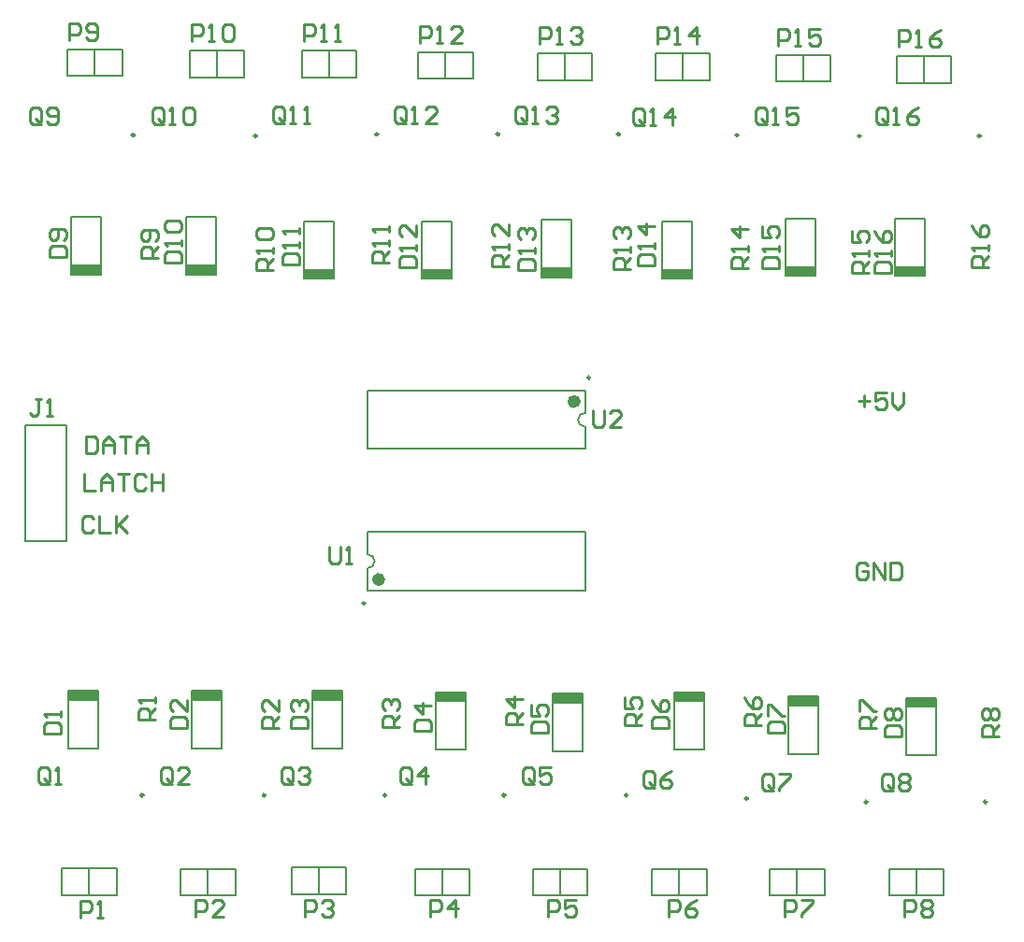
<source format=gto>
G04*
G04 #@! TF.GenerationSoftware,Altium Limited,CircuitMaker,2.2.1 (6)*
G04*
G04 Layer_Color=15132400*
%FSLAX25Y25*%
%MOIN*%
G70*
G04*
G04 #@! TF.SameCoordinates,9BB8909F-1235-4B7E-8516-07DB857BAA42*
G04*
G04*
G04 #@! TF.FilePolarity,Positive*
G04*
G01*
G75*
%ADD10C,0.00984*%
%ADD11C,0.00787*%
%ADD12C,0.02362*%
%ADD13C,0.00500*%
%ADD14C,0.01000*%
%ADD15R,0.10698X0.03736*%
D10*
X582778Y423251D02*
G03*
X582778Y423251I-492J0D01*
G01*
X496378Y423551D02*
G03*
X496378Y423551I-492J0D01*
G01*
X363374Y256500D02*
G03*
X363374Y256500I-492J0D01*
G01*
X443610Y337000D02*
G03*
X443610Y337000I-492J0D01*
G01*
X324778Y423251D02*
G03*
X324778Y423251I-492J0D01*
G01*
X584978Y185651D02*
G03*
X584978Y185651I-492J0D01*
G01*
X542378D02*
G03*
X542378Y185651I-492J0D01*
G01*
X499778Y186851D02*
G03*
X499778Y186851I-492J0D01*
G01*
X456878Y188051D02*
G03*
X456878Y188051I-492J0D01*
G01*
X413378D02*
G03*
X413378Y188051I-492J0D01*
G01*
X370878D02*
G03*
X370878Y188051I-492J0D01*
G01*
X327778D02*
G03*
X327778Y188051I-492J0D01*
G01*
X284378D02*
G03*
X284378Y188051I-492J0D01*
G01*
X539978Y423251D02*
G03*
X539978Y423251I-492J0D01*
G01*
X454178Y423851D02*
G03*
X454178Y423851I-492J0D01*
G01*
X411178D02*
G03*
X411178Y423851I-492J0D01*
G01*
X367978D02*
G03*
X367978Y423851I-492J0D01*
G01*
X281178Y423551D02*
G03*
X281178Y423551I-492J0D01*
G01*
D11*
X364220Y269000D02*
G03*
X364220Y274000I0J2500D01*
G01*
X441780Y324500D02*
G03*
X441780Y319500I0J-2500D01*
G01*
X242297Y278750D02*
X256903D01*
Y320089D01*
X242297Y278750D02*
Y320089D01*
X256903D01*
X364220Y261067D02*
X441780D01*
X364220Y281933D02*
X441780D01*
X364220Y261067D02*
Y269000D01*
Y274000D02*
Y281933D01*
X441780Y261067D02*
Y281933D01*
X364220Y332433D02*
X441780D01*
X364220Y311567D02*
X441780D01*
Y324500D02*
Y332433D01*
Y311567D02*
Y319500D01*
X364220Y311567D02*
Y332433D01*
X556146Y202264D02*
Y222736D01*
Y202264D02*
X566854D01*
Y222736D01*
X556146D02*
X566854D01*
X514146Y202764D02*
Y223236D01*
Y202764D02*
X524854D01*
Y223236D01*
X514146D02*
X524854D01*
X473646Y204264D02*
Y224736D01*
Y204264D02*
X484354D01*
Y224736D01*
X473646D02*
X484354D01*
X430146Y203764D02*
Y224236D01*
Y203764D02*
X440854D01*
Y224236D01*
X430146D02*
X440854D01*
X301646Y204764D02*
Y225236D01*
Y204764D02*
X312354D01*
Y225236D01*
X301646D02*
X312354D01*
X344646Y204764D02*
Y225236D01*
Y204764D02*
X355354D01*
Y225236D01*
X344646D02*
X355354D01*
X388646Y204264D02*
Y224736D01*
Y204264D02*
X399354D01*
Y224736D01*
X388646D02*
X399354D01*
X257646Y204764D02*
Y225236D01*
Y204764D02*
X268354D01*
Y225236D01*
X257646D02*
X268354D01*
X269354Y373764D02*
Y394236D01*
X258646D02*
X269354D01*
X258646Y373764D02*
Y394236D01*
Y373764D02*
X269354D01*
X562854Y373264D02*
Y393736D01*
X552146D02*
X562854D01*
X552146Y373264D02*
Y393736D01*
Y373264D02*
X562854D01*
X523854D02*
Y393736D01*
X513146D02*
X523854D01*
X513146Y373264D02*
Y393736D01*
Y373264D02*
X523854D01*
X479854Y372264D02*
Y392736D01*
X469146D02*
X479854D01*
X469146Y372264D02*
Y392736D01*
Y372264D02*
X479854D01*
X436854Y372764D02*
Y393236D01*
X426146D02*
X436854D01*
X426146Y372764D02*
Y393236D01*
Y372764D02*
X436854D01*
X394354Y372264D02*
Y392736D01*
X383646D02*
X394354D01*
X383646Y372264D02*
Y392736D01*
Y372264D02*
X394354D01*
X310354Y373764D02*
Y394236D01*
X299646D02*
X310354D01*
X299646Y373764D02*
Y394236D01*
Y373764D02*
X310354D01*
X352354Y372264D02*
Y392736D01*
X341646D02*
X352354D01*
X341646Y372264D02*
Y392736D01*
Y372264D02*
X352354D01*
D12*
X369339Y265004D02*
G03*
X369339Y265004I-1181J0D01*
G01*
X439024Y328496D02*
G03*
X439024Y328496I-1181J0D01*
G01*
D13*
X264975Y152460D02*
Y161960D01*
X274725Y152460D02*
Y161960D01*
X255225Y152460D02*
X274725D01*
X255225D02*
Y161960D01*
X274725D01*
X307375Y152360D02*
Y161860D01*
X317125Y152360D02*
Y161860D01*
X297625Y152360D02*
X317125D01*
X297625D02*
Y161860D01*
X317125D01*
X346875Y152860D02*
Y162360D01*
X356625Y152860D02*
Y162360D01*
X337125Y152860D02*
X356625D01*
X337125D02*
Y162360D01*
X356625D01*
X390875Y152360D02*
Y161860D01*
X400625Y152360D02*
Y161860D01*
X381125Y152360D02*
X400625D01*
X381125D02*
Y161860D01*
X400625D01*
X432875Y152360D02*
Y161860D01*
X442625Y152360D02*
Y161860D01*
X423125Y152360D02*
X442625D01*
X423125D02*
Y161860D01*
X442625D01*
X475375Y152360D02*
Y161860D01*
X485125Y152360D02*
Y161860D01*
X465625Y152360D02*
X485125D01*
X465625D02*
Y161860D01*
X485125D01*
X517375Y152360D02*
Y161860D01*
X527125Y152360D02*
Y161860D01*
X507625Y152360D02*
X527125D01*
X507625D02*
Y161860D01*
X527125D01*
X559875Y152360D02*
Y161860D01*
X569625Y152360D02*
Y161860D01*
X550125Y152360D02*
X569625D01*
X550125D02*
Y161860D01*
X569625D01*
X300725Y453660D02*
X320225D01*
X300725Y444160D02*
Y453660D01*
Y444160D02*
X320225D01*
Y453660D01*
X310475Y444160D02*
Y453660D01*
X340725D02*
X360225D01*
X340725Y444160D02*
Y453660D01*
Y444160D02*
X360225D01*
Y453660D01*
X350475Y444160D02*
Y453660D01*
X382225Y453160D02*
X401725D01*
X382225Y443660D02*
Y453160D01*
Y443660D02*
X401725D01*
Y453160D01*
X391975Y443660D02*
Y453160D01*
X424725Y452660D02*
X444225D01*
X424725Y443160D02*
Y452660D01*
Y443160D02*
X444225D01*
Y452660D01*
X434475Y443160D02*
Y452660D01*
X466725D02*
X486225D01*
X466725Y443160D02*
Y452660D01*
Y443160D02*
X486225D01*
Y452660D01*
X476475Y443160D02*
Y452660D01*
X509725Y452160D02*
X529225D01*
X509725Y442660D02*
Y452160D01*
Y442660D02*
X529225D01*
Y452160D01*
X519475Y442660D02*
Y452160D01*
X552725Y451660D02*
X572225D01*
X552725Y442160D02*
Y451660D01*
Y442160D02*
X572225D01*
Y451660D01*
X562475Y442160D02*
Y451660D01*
X257225Y454160D02*
X276725D01*
X257225Y444660D02*
Y454160D01*
Y444660D02*
X276725D01*
Y454160D01*
X266975Y444660D02*
Y454160D01*
D14*
X266599Y286798D02*
X265599Y287798D01*
X263600D01*
X262600Y286798D01*
Y282800D01*
X263600Y281800D01*
X265599D01*
X266599Y282800D01*
X268598Y287798D02*
Y281800D01*
X272597D01*
X274596Y287798D02*
Y281800D01*
Y283799D01*
X278595Y287798D01*
X275596Y284799D01*
X278595Y281800D01*
X263200Y302798D02*
Y296800D01*
X267199D01*
X269198D02*
Y300799D01*
X271197Y302798D01*
X273197Y300799D01*
Y296800D01*
Y299799D01*
X269198D01*
X275196Y302798D02*
X279195D01*
X277196D01*
Y296800D01*
X285193Y301798D02*
X284193Y302798D01*
X282194D01*
X281194Y301798D01*
Y297800D01*
X282194Y296800D01*
X284193D01*
X285193Y297800D01*
X287192Y302798D02*
Y296800D01*
Y299799D01*
X291191D01*
Y302798D01*
Y296800D01*
X263800Y315998D02*
Y310000D01*
X266799D01*
X267799Y311000D01*
Y314998D01*
X266799Y315998D01*
X263800D01*
X269798Y310000D02*
Y313999D01*
X271797Y315998D01*
X273797Y313999D01*
Y310000D01*
Y312999D01*
X269798D01*
X275796Y315998D02*
X279795D01*
X277796D01*
Y310000D01*
X281794D02*
Y313999D01*
X283793Y315998D01*
X285793Y313999D01*
Y310000D01*
Y312999D01*
X281794D01*
X542599Y269998D02*
X541599Y270998D01*
X539600D01*
X538600Y269998D01*
Y266000D01*
X539600Y265000D01*
X541599D01*
X542599Y266000D01*
Y267999D01*
X540599D01*
X544598Y265000D02*
Y270998D01*
X548597Y265000D01*
Y270998D01*
X550596D02*
Y265000D01*
X553595D01*
X554595Y266000D01*
Y269998D01*
X553595Y270998D01*
X550596D01*
X539200Y328599D02*
X543199D01*
X541199Y330598D02*
Y326600D01*
X549197Y331598D02*
X545198D01*
Y328599D01*
X547197Y329599D01*
X548197D01*
X549197Y328599D01*
Y326600D01*
X548197Y325600D01*
X546198D01*
X545198Y326600D01*
X551196Y331598D02*
Y327599D01*
X553195Y325600D01*
X555195Y327599D01*
Y331598D01*
X444502Y325499D02*
Y320501D01*
X445501Y319501D01*
X447501D01*
X448500Y320501D01*
Y325499D01*
X454498Y319501D02*
X450500D01*
X454498Y323500D01*
Y324499D01*
X453499Y325499D01*
X451499D01*
X450500Y324499D01*
X350601Y276599D02*
Y271601D01*
X351601Y270601D01*
X353600D01*
X354600Y271601D01*
Y276599D01*
X356599Y270601D02*
X358599D01*
X357599D01*
Y276599D01*
X356599Y275599D01*
X585599Y376402D02*
X579601D01*
Y379401D01*
X580601Y380401D01*
X582600D01*
X583600Y379401D01*
Y376402D01*
Y378402D02*
X585599Y380401D01*
Y382400D02*
Y384400D01*
Y383400D01*
X579601D01*
X580601Y382400D01*
X579601Y391398D02*
X580601Y389398D01*
X582600Y387399D01*
X584599D01*
X585599Y388399D01*
Y390398D01*
X584599Y391398D01*
X583600D01*
X582600Y390398D01*
Y387399D01*
X542999Y374502D02*
X537001D01*
Y377502D01*
X538001Y378501D01*
X540000D01*
X541000Y377502D01*
Y374502D01*
Y376502D02*
X542999Y378501D01*
Y380501D02*
Y382500D01*
Y381500D01*
X537001D01*
X538001Y380501D01*
X537001Y389498D02*
Y385499D01*
X540000D01*
X539000Y387498D01*
Y388498D01*
X540000Y389498D01*
X541999D01*
X542999Y388498D01*
Y386498D01*
X541999Y385499D01*
X499999Y376002D02*
X494001D01*
Y379001D01*
X495001Y380001D01*
X497000D01*
X498000Y379001D01*
Y376002D01*
Y378002D02*
X499999Y380001D01*
Y382000D02*
Y384000D01*
Y383000D01*
X494001D01*
X495001Y382000D01*
X499999Y389998D02*
X494001D01*
X497000Y386999D01*
Y390998D01*
X457999Y375601D02*
X452001D01*
Y378600D01*
X453001Y379600D01*
X455000D01*
X456000Y378600D01*
Y375601D01*
Y377600D02*
X457999Y379600D01*
Y381599D02*
Y383598D01*
Y382599D01*
X452001D01*
X453001Y381599D01*
Y386597D02*
X452001Y387597D01*
Y389596D01*
X453001Y390596D01*
X454000D01*
X455000Y389596D01*
Y388597D01*
Y389596D01*
X456000Y390596D01*
X456999D01*
X457999Y389596D01*
Y387597D01*
X456999Y386597D01*
X414499Y376601D02*
X408501D01*
Y379600D01*
X409501Y380600D01*
X411500D01*
X412500Y379600D01*
Y376601D01*
Y378600D02*
X414499Y380600D01*
Y382599D02*
Y384598D01*
Y383599D01*
X408501D01*
X409501Y382599D01*
X414499Y391596D02*
Y387597D01*
X410500Y391596D01*
X409501D01*
X408501Y390596D01*
Y388597D01*
X409501Y387597D01*
X371999Y378100D02*
X366001D01*
Y381100D01*
X367001Y382099D01*
X369000D01*
X370000Y381100D01*
Y378100D01*
Y380100D02*
X371999Y382099D01*
Y384099D02*
Y386098D01*
Y385098D01*
X366001D01*
X367001Y384099D01*
X371999Y389097D02*
Y391096D01*
Y390097D01*
X366001D01*
X367001Y389097D01*
X330499Y375502D02*
X324501D01*
Y378502D01*
X325501Y379501D01*
X327500D01*
X328500Y378502D01*
Y375502D01*
Y377502D02*
X330499Y379501D01*
Y381501D02*
Y383500D01*
Y382500D01*
X324501D01*
X325501Y381501D01*
Y386499D02*
X324501Y387498D01*
Y389498D01*
X325501Y390498D01*
X329499D01*
X330499Y389498D01*
Y387498D01*
X329499Y386499D01*
X325501D01*
X289499Y379600D02*
X283501D01*
Y382599D01*
X284501Y383599D01*
X286500D01*
X287500Y382599D01*
Y379600D01*
Y381599D02*
X289499Y383599D01*
X288499Y385598D02*
X289499Y386598D01*
Y388597D01*
X288499Y389597D01*
X284501D01*
X283501Y388597D01*
Y386598D01*
X284501Y385598D01*
X285500D01*
X286500Y386598D01*
Y389597D01*
X589099Y208902D02*
X583101D01*
Y211901D01*
X584101Y212900D01*
X586100D01*
X587100Y211901D01*
Y208902D01*
Y210901D02*
X589099Y212900D01*
X584101Y214900D02*
X583101Y215899D01*
Y217899D01*
X584101Y218898D01*
X585100D01*
X586100Y217899D01*
X587100Y218898D01*
X588099D01*
X589099Y217899D01*
Y215899D01*
X588099Y214900D01*
X587100D01*
X586100Y215899D01*
X585100Y214900D01*
X584101D01*
X586100Y215899D02*
Y217899D01*
X545499Y212002D02*
X539501D01*
Y215001D01*
X540501Y216000D01*
X542500D01*
X543500Y215001D01*
Y212002D01*
Y214001D02*
X545499Y216000D01*
X539501Y218000D02*
Y221998D01*
X540501D01*
X544499Y218000D01*
X545499D01*
X504499Y213002D02*
X498501D01*
Y216001D01*
X499501Y217000D01*
X501500D01*
X502500Y216001D01*
Y213002D01*
Y215001D02*
X504499Y217000D01*
X498501Y222998D02*
X499501Y220999D01*
X501500Y219000D01*
X503499D01*
X504499Y219999D01*
Y221999D01*
X503499Y222998D01*
X502500D01*
X501500Y221999D01*
Y219000D01*
X461999Y213002D02*
X456001D01*
Y216001D01*
X457001Y217000D01*
X459000D01*
X460000Y216001D01*
Y213002D01*
Y215001D02*
X461999Y217000D01*
X456001Y222998D02*
Y219000D01*
X459000D01*
X458000Y220999D01*
Y221999D01*
X459000Y222998D01*
X460999D01*
X461999Y221999D01*
Y219999D01*
X460999Y219000D01*
X419499Y213502D02*
X413501D01*
Y216501D01*
X414501Y217500D01*
X416500D01*
X417500Y216501D01*
Y213502D01*
Y215501D02*
X419499Y217500D01*
Y222499D02*
X413501D01*
X416500Y219500D01*
Y223498D01*
X375499Y212502D02*
X369501D01*
Y215501D01*
X370501Y216500D01*
X372500D01*
X373500Y215501D01*
Y212502D01*
Y214501D02*
X375499Y216500D01*
X370501Y218500D02*
X369501Y219499D01*
Y221499D01*
X370501Y222498D01*
X371500D01*
X372500Y221499D01*
Y220499D01*
Y221499D01*
X373500Y222498D01*
X374499D01*
X375499Y221499D01*
Y219499D01*
X374499Y218500D01*
X332499Y212002D02*
X326501D01*
Y215001D01*
X327501Y216000D01*
X329500D01*
X330500Y215001D01*
Y212002D01*
Y214001D02*
X332499Y216000D01*
Y221998D02*
Y218000D01*
X328500Y221998D01*
X327501D01*
X326501Y220999D01*
Y218999D01*
X327501Y218000D01*
X288499Y215001D02*
X282501D01*
Y218000D01*
X283501Y219000D01*
X285500D01*
X286500Y218000D01*
Y215001D01*
Y217001D02*
X288499Y219000D01*
Y220999D02*
Y222999D01*
Y221999D01*
X282501D01*
X283501Y220999D01*
X549399Y428200D02*
Y432198D01*
X548399Y433198D01*
X546400D01*
X545400Y432198D01*
Y428200D01*
X546400Y427200D01*
X548399D01*
X547399Y429199D02*
X549399Y427200D01*
X548399D02*
X549399Y428200D01*
X551398Y427200D02*
X553397D01*
X552398D01*
Y433198D01*
X551398Y432198D01*
X560395Y433198D02*
X558396Y432198D01*
X556396Y430199D01*
Y428200D01*
X557396Y427200D01*
X559396D01*
X560395Y428200D01*
Y429199D01*
X559396Y430199D01*
X556396D01*
X506599Y428200D02*
Y432198D01*
X505599Y433198D01*
X503600D01*
X502600Y432198D01*
Y428200D01*
X503600Y427200D01*
X505599D01*
X504599Y429199D02*
X506599Y427200D01*
X505599D02*
X506599Y428200D01*
X508598Y427200D02*
X510597D01*
X509598D01*
Y433198D01*
X508598Y432198D01*
X517595Y433198D02*
X513596D01*
Y430199D01*
X515596Y431199D01*
X516596D01*
X517595Y430199D01*
Y428200D01*
X516596Y427200D01*
X514596D01*
X513596Y428200D01*
X463001Y428001D02*
Y431999D01*
X462002Y432999D01*
X460002D01*
X459002Y431999D01*
Y428001D01*
X460002Y427001D01*
X462002D01*
X461002Y429000D02*
X463001Y427001D01*
X462002D02*
X463001Y428001D01*
X465000Y427001D02*
X467000D01*
X466000D01*
Y432999D01*
X465000Y431999D01*
X472998Y427001D02*
Y432999D01*
X469999Y430000D01*
X473998D01*
X420799Y428800D02*
Y432798D01*
X419799Y433798D01*
X417800D01*
X416800Y432798D01*
Y428800D01*
X417800Y427800D01*
X419799D01*
X418799Y429799D02*
X420799Y427800D01*
X419799D02*
X420799Y428800D01*
X422798Y427800D02*
X424797D01*
X423798D01*
Y433798D01*
X422798Y432798D01*
X427796D02*
X428796Y433798D01*
X430795D01*
X431795Y432798D01*
Y431799D01*
X430795Y430799D01*
X429796D01*
X430795D01*
X431795Y429799D01*
Y428800D01*
X430795Y427800D01*
X428796D01*
X427796Y428800D01*
X377799D02*
Y432798D01*
X376799Y433798D01*
X374800D01*
X373800Y432798D01*
Y428800D01*
X374800Y427800D01*
X376799D01*
X375799Y429799D02*
X377799Y427800D01*
X376799D02*
X377799Y428800D01*
X379798Y427800D02*
X381797D01*
X380798D01*
Y433798D01*
X379798Y432798D01*
X388795Y427800D02*
X384796D01*
X388795Y431799D01*
Y432798D01*
X387795Y433798D01*
X385796D01*
X384796Y432798D01*
X334599Y428800D02*
Y432798D01*
X333599Y433798D01*
X331600D01*
X330600Y432798D01*
Y428800D01*
X331600Y427800D01*
X333599D01*
X332599Y429799D02*
X334599Y427800D01*
X333599D02*
X334599Y428800D01*
X336598Y427800D02*
X338597D01*
X337598D01*
Y433798D01*
X336598Y432798D01*
X341596Y427800D02*
X343596D01*
X342596D01*
Y433798D01*
X341596Y432798D01*
X291399Y428200D02*
Y432198D01*
X290399Y433198D01*
X288400D01*
X287400Y432198D01*
Y428200D01*
X288400Y427200D01*
X290399D01*
X289399Y429199D02*
X291399Y427200D01*
X290399D02*
X291399Y428200D01*
X293398Y427200D02*
X295397D01*
X294398D01*
Y433198D01*
X293398Y432198D01*
X298396D02*
X299396Y433198D01*
X301396D01*
X302395Y432198D01*
Y428200D01*
X301396Y427200D01*
X299396D01*
X298396Y428200D01*
Y432198D01*
X247799Y428500D02*
Y432498D01*
X246799Y433498D01*
X244800D01*
X243800Y432498D01*
Y428500D01*
X244800Y427500D01*
X246799D01*
X245799Y429499D02*
X247799Y427500D01*
X246799D02*
X247799Y428500D01*
X249798D02*
X250798Y427500D01*
X252797D01*
X253797Y428500D01*
Y432498D01*
X252797Y433498D01*
X250798D01*
X249798Y432498D01*
Y431499D01*
X250798Y430499D01*
X253797D01*
X551599Y190600D02*
Y194598D01*
X550599Y195598D01*
X548600D01*
X547600Y194598D01*
Y190600D01*
X548600Y189600D01*
X550599D01*
X549599Y191599D02*
X551599Y189600D01*
X550599D02*
X551599Y190600D01*
X553598Y194598D02*
X554598Y195598D01*
X556597D01*
X557597Y194598D01*
Y193599D01*
X556597Y192599D01*
X557597Y191599D01*
Y190600D01*
X556597Y189600D01*
X554598D01*
X553598Y190600D01*
Y191599D01*
X554598Y192599D01*
X553598Y193599D01*
Y194598D01*
X554598Y192599D02*
X556597D01*
X508999Y190600D02*
Y194598D01*
X507999Y195598D01*
X506000D01*
X505000Y194598D01*
Y190600D01*
X506000Y189600D01*
X507999D01*
X506999Y191599D02*
X508999Y189600D01*
X507999D02*
X508999Y190600D01*
X510998Y195598D02*
X514997D01*
Y194598D01*
X510998Y190600D01*
Y189600D01*
X466399Y191800D02*
Y195798D01*
X465399Y196798D01*
X463400D01*
X462400Y195798D01*
Y191800D01*
X463400Y190800D01*
X465399D01*
X464399Y192799D02*
X466399Y190800D01*
X465399D02*
X466399Y191800D01*
X472397Y196798D02*
X470397Y195798D01*
X468398Y193799D01*
Y191800D01*
X469398Y190800D01*
X471397D01*
X472397Y191800D01*
Y192799D01*
X471397Y193799D01*
X468398D01*
X423499Y193000D02*
Y196998D01*
X422499Y197998D01*
X420500D01*
X419500Y196998D01*
Y193000D01*
X420500Y192000D01*
X422499D01*
X421499Y193999D02*
X423499Y192000D01*
X422499D02*
X423499Y193000D01*
X429497Y197998D02*
X425498D01*
Y194999D01*
X427497Y195999D01*
X428497D01*
X429497Y194999D01*
Y193000D01*
X428497Y192000D01*
X426498D01*
X425498Y193000D01*
X379999D02*
Y196998D01*
X378999Y197998D01*
X377000D01*
X376000Y196998D01*
Y193000D01*
X377000Y192000D01*
X378999D01*
X377999Y193999D02*
X379999Y192000D01*
X378999D02*
X379999Y193000D01*
X384997Y192000D02*
Y197998D01*
X381998Y194999D01*
X385997D01*
X337499Y193000D02*
Y196998D01*
X336499Y197998D01*
X334500D01*
X333500Y196998D01*
Y193000D01*
X334500Y192000D01*
X336499D01*
X335499Y193999D02*
X337499Y192000D01*
X336499D02*
X337499Y193000D01*
X339498Y196998D02*
X340498Y197998D01*
X342497D01*
X343497Y196998D01*
Y195999D01*
X342497Y194999D01*
X341497D01*
X342497D01*
X343497Y193999D01*
Y193000D01*
X342497Y192000D01*
X340498D01*
X339498Y193000D01*
X294399D02*
Y196998D01*
X293399Y197998D01*
X291400D01*
X290400Y196998D01*
Y193000D01*
X291400Y192000D01*
X293399D01*
X292399Y193999D02*
X294399Y192000D01*
X293399D02*
X294399Y193000D01*
X300397Y192000D02*
X296398D01*
X300397Y195999D01*
Y196998D01*
X299397Y197998D01*
X297398D01*
X296398Y196998D01*
X250999Y193000D02*
Y196998D01*
X249999Y197998D01*
X248000D01*
X247000Y196998D01*
Y193000D01*
X248000Y192000D01*
X249999D01*
X248999Y193999D02*
X250999Y192000D01*
X249999D02*
X250999Y193000D01*
X252998Y192000D02*
X254997D01*
X253998D01*
Y197998D01*
X252998Y196998D01*
X553500Y454900D02*
Y460898D01*
X556499D01*
X557499Y459898D01*
Y457899D01*
X556499Y456899D01*
X553500D01*
X559498Y454900D02*
X561497D01*
X560498D01*
Y460898D01*
X559498Y459898D01*
X568495Y460898D02*
X566496Y459898D01*
X564496Y457899D01*
Y455900D01*
X565496Y454900D01*
X567495D01*
X568495Y455900D01*
Y456899D01*
X567495Y457899D01*
X564496D01*
X510500Y455400D02*
Y461398D01*
X513499D01*
X514499Y460398D01*
Y458399D01*
X513499Y457399D01*
X510500D01*
X516498Y455400D02*
X518497D01*
X517498D01*
Y461398D01*
X516498Y460398D01*
X525495Y461398D02*
X521496D01*
Y458399D01*
X523496Y459399D01*
X524496D01*
X525495Y458399D01*
Y456400D01*
X524496Y455400D01*
X522496D01*
X521496Y456400D01*
X467500Y455900D02*
Y461898D01*
X470499D01*
X471499Y460898D01*
Y458899D01*
X470499Y457899D01*
X467500D01*
X473498Y455900D02*
X475497D01*
X474498D01*
Y461898D01*
X473498Y460898D01*
X481496Y455900D02*
Y461898D01*
X478496Y458899D01*
X482495D01*
X425500Y455900D02*
Y461898D01*
X428499D01*
X429499Y460898D01*
Y458899D01*
X428499Y457899D01*
X425500D01*
X431498Y455900D02*
X433497D01*
X432498D01*
Y461898D01*
X431498Y460898D01*
X436496D02*
X437496Y461898D01*
X439496D01*
X440495Y460898D01*
Y459899D01*
X439496Y458899D01*
X438496D01*
X439496D01*
X440495Y457899D01*
Y456900D01*
X439496Y455900D01*
X437496D01*
X436496Y456900D01*
X383000Y456400D02*
Y462398D01*
X385999D01*
X386999Y461398D01*
Y459399D01*
X385999Y458399D01*
X383000D01*
X388998Y456400D02*
X390997D01*
X389998D01*
Y462398D01*
X388998Y461398D01*
X397995Y456400D02*
X393996D01*
X397995Y460399D01*
Y461398D01*
X396995Y462398D01*
X394996D01*
X393996Y461398D01*
X341500Y456900D02*
Y462898D01*
X344499D01*
X345499Y461898D01*
Y459899D01*
X344499Y458899D01*
X341500D01*
X347498Y456900D02*
X349497D01*
X348498D01*
Y462898D01*
X347498Y461898D01*
X352496Y456900D02*
X354496D01*
X353496D01*
Y462898D01*
X352496Y461898D01*
X301500Y456900D02*
Y462898D01*
X304499D01*
X305499Y461898D01*
Y459899D01*
X304499Y458899D01*
X301500D01*
X307498Y456900D02*
X309497D01*
X308498D01*
Y462898D01*
X307498Y461898D01*
X312496D02*
X313496Y462898D01*
X315495D01*
X316495Y461898D01*
Y457900D01*
X315495Y456900D01*
X313496D01*
X312496Y457900D01*
Y461898D01*
X258000Y457400D02*
Y463398D01*
X260999D01*
X261999Y462398D01*
Y460399D01*
X260999Y459399D01*
X258000D01*
X263998Y458400D02*
X264998Y457400D01*
X266997D01*
X267997Y458400D01*
Y462398D01*
X266997Y463398D01*
X264998D01*
X263998Y462398D01*
Y461399D01*
X264998Y460399D01*
X267997D01*
X555402Y144601D02*
Y150599D01*
X558401D01*
X559400Y149599D01*
Y147600D01*
X558401Y146600D01*
X555402D01*
X561400Y149599D02*
X562399Y150599D01*
X564399D01*
X565398Y149599D01*
Y148600D01*
X564399Y147600D01*
X565398Y146600D01*
Y145601D01*
X564399Y144601D01*
X562399D01*
X561400Y145601D01*
Y146600D01*
X562399Y147600D01*
X561400Y148600D01*
Y149599D01*
X562399Y147600D02*
X564399D01*
X512902Y144601D02*
Y150599D01*
X515901D01*
X516900Y149599D01*
Y147600D01*
X515901Y146600D01*
X512902D01*
X518900Y150599D02*
X522898D01*
Y149599D01*
X518900Y145601D01*
Y144601D01*
X471402D02*
Y150599D01*
X474401D01*
X475400Y149599D01*
Y147600D01*
X474401Y146600D01*
X471402D01*
X481398Y150599D02*
X479399Y149599D01*
X477400Y147600D01*
Y145601D01*
X478399Y144601D01*
X480399D01*
X481398Y145601D01*
Y146600D01*
X480399Y147600D01*
X477400D01*
X428402Y144601D02*
Y150599D01*
X431401D01*
X432400Y149599D01*
Y147600D01*
X431401Y146600D01*
X428402D01*
X438398Y150599D02*
X434400D01*
Y147600D01*
X436399Y148600D01*
X437399D01*
X438398Y147600D01*
Y145601D01*
X437399Y144601D01*
X435399D01*
X434400Y145601D01*
X386402Y144601D02*
Y150599D01*
X389401D01*
X390400Y149599D01*
Y147600D01*
X389401Y146600D01*
X386402D01*
X395399Y144601D02*
Y150599D01*
X392400Y147600D01*
X396398D01*
X341902Y144601D02*
Y150599D01*
X344901D01*
X345900Y149599D01*
Y147600D01*
X344901Y146600D01*
X341902D01*
X347900Y149599D02*
X348899Y150599D01*
X350899D01*
X351898Y149599D01*
Y148600D01*
X350899Y147600D01*
X349899D01*
X350899D01*
X351898Y146600D01*
Y145601D01*
X350899Y144601D01*
X348899D01*
X347900Y145601D01*
X302902Y144601D02*
Y150599D01*
X305901D01*
X306900Y149599D01*
Y147600D01*
X305901Y146600D01*
X302902D01*
X312898Y144601D02*
X308900D01*
X312898Y148600D01*
Y149599D01*
X311899Y150599D01*
X309899D01*
X308900Y149599D01*
X262001Y144201D02*
Y150199D01*
X265000D01*
X266000Y149199D01*
Y147200D01*
X265000Y146200D01*
X262001D01*
X267999Y144201D02*
X269999D01*
X268999D01*
Y150199D01*
X267999Y149199D01*
X247800Y329399D02*
X245801D01*
X246800D01*
Y324401D01*
X245801Y323401D01*
X244801D01*
X243801Y324401D01*
X249799Y323401D02*
X251799D01*
X250799D01*
Y329399D01*
X249799Y328399D01*
X545001Y374502D02*
X550999D01*
Y377502D01*
X549999Y378501D01*
X546001D01*
X545001Y377502D01*
Y374502D01*
X550999Y380501D02*
Y382500D01*
Y381500D01*
X545001D01*
X546001Y380501D01*
X545001Y389498D02*
X546001Y387498D01*
X548000Y385499D01*
X549999D01*
X550999Y386498D01*
Y388498D01*
X549999Y389498D01*
X549000D01*
X548000Y388498D01*
Y385499D01*
X505001Y376002D02*
X510999D01*
Y379001D01*
X509999Y380001D01*
X506001D01*
X505001Y379001D01*
Y376002D01*
X510999Y382000D02*
Y384000D01*
Y383000D01*
X505001D01*
X506001Y382000D01*
X505001Y390998D02*
Y386999D01*
X508000D01*
X507000Y388998D01*
Y389998D01*
X508000Y390998D01*
X509999D01*
X510999Y389998D01*
Y387999D01*
X509999Y386999D01*
X460501Y377002D02*
X466499D01*
Y380001D01*
X465499Y381001D01*
X461501D01*
X460501Y380001D01*
Y377002D01*
X466499Y383000D02*
Y385000D01*
Y384000D01*
X460501D01*
X461501Y383000D01*
X466499Y390998D02*
X460501D01*
X463500Y387999D01*
Y391998D01*
X418001Y375502D02*
X423999D01*
Y378502D01*
X422999Y379501D01*
X419001D01*
X418001Y378502D01*
Y375502D01*
X423999Y381501D02*
Y383500D01*
Y382500D01*
X418001D01*
X419001Y381501D01*
Y386499D02*
X418001Y387498D01*
Y389498D01*
X419001Y390498D01*
X420000D01*
X421000Y389498D01*
Y388498D01*
Y389498D01*
X422000Y390498D01*
X422999D01*
X423999Y389498D01*
Y387498D01*
X422999Y386499D01*
X375501Y376502D02*
X381499D01*
Y379502D01*
X380499Y380501D01*
X376501D01*
X375501Y379502D01*
Y376502D01*
X381499Y382501D02*
Y384500D01*
Y383500D01*
X375501D01*
X376501Y382501D01*
X381499Y391498D02*
Y387499D01*
X377500Y391498D01*
X376501D01*
X375501Y390498D01*
Y388498D01*
X376501Y387499D01*
X334001Y377502D02*
X339999D01*
Y380501D01*
X338999Y381501D01*
X335001D01*
X334001Y380501D01*
Y377502D01*
X339999Y383500D02*
Y385500D01*
Y384500D01*
X334001D01*
X335001Y383500D01*
X339999Y388498D02*
Y390498D01*
Y389498D01*
X334001D01*
X335001Y388498D01*
X292001Y378002D02*
X297999D01*
Y381001D01*
X296999Y382001D01*
X293001D01*
X292001Y381001D01*
Y378002D01*
X297999Y384000D02*
Y386000D01*
Y385000D01*
X292001D01*
X293001Y384000D01*
Y388999D02*
X292001Y389999D01*
Y391998D01*
X293001Y392998D01*
X296999D01*
X297999Y391998D01*
Y389999D01*
X296999Y388999D01*
X293001D01*
X251001Y380002D02*
X256999D01*
Y383001D01*
X255999Y384000D01*
X252001D01*
X251001Y383001D01*
Y380002D01*
X255999Y386000D02*
X256999Y386999D01*
Y388999D01*
X255999Y389998D01*
X252001D01*
X251001Y388999D01*
Y386999D01*
X252001Y386000D01*
X253000D01*
X254000Y386999D01*
Y389998D01*
X548501Y209002D02*
X554499D01*
Y212001D01*
X553499Y213000D01*
X549501D01*
X548501Y212001D01*
Y209002D01*
X549501Y215000D02*
X548501Y215999D01*
Y217999D01*
X549501Y218998D01*
X550500D01*
X551500Y217999D01*
X552500Y218998D01*
X553499D01*
X554499Y217999D01*
Y215999D01*
X553499Y215000D01*
X552500D01*
X551500Y215999D01*
X550500Y215000D01*
X549501D01*
X551500Y215999D02*
Y217999D01*
X507001Y210502D02*
X512999D01*
Y213501D01*
X511999Y214500D01*
X508001D01*
X507001Y213501D01*
Y210502D01*
Y216500D02*
Y220498D01*
X508001D01*
X511999Y216500D01*
X512999D01*
X465501Y212002D02*
X471499D01*
Y215001D01*
X470499Y216000D01*
X466501D01*
X465501Y215001D01*
Y212002D01*
Y221998D02*
X466501Y219999D01*
X468500Y218000D01*
X470499D01*
X471499Y218999D01*
Y220999D01*
X470499Y221998D01*
X469500D01*
X468500Y220999D01*
Y218000D01*
X422501Y210502D02*
X428499D01*
Y213501D01*
X427499Y214500D01*
X423501D01*
X422501Y213501D01*
Y210502D01*
Y220498D02*
Y216500D01*
X425500D01*
X424500Y218499D01*
Y219499D01*
X425500Y220498D01*
X427499D01*
X428499Y219499D01*
Y217499D01*
X427499Y216500D01*
X381001Y211002D02*
X386999D01*
Y214001D01*
X385999Y215000D01*
X382001D01*
X381001Y214001D01*
Y211002D01*
X386999Y219999D02*
X381001D01*
X384000Y217000D01*
Y220998D01*
X337001Y212002D02*
X342999D01*
Y215001D01*
X341999Y216000D01*
X338001D01*
X337001Y215001D01*
Y212002D01*
X338001Y218000D02*
X337001Y218999D01*
Y220999D01*
X338001Y221998D01*
X339000D01*
X340000Y220999D01*
Y219999D01*
Y220999D01*
X341000Y221998D01*
X341999D01*
X342999Y220999D01*
Y218999D01*
X341999Y218000D01*
X294001Y212002D02*
X299999D01*
Y215001D01*
X298999Y216000D01*
X295001D01*
X294001Y215001D01*
Y212002D01*
X299999Y221998D02*
Y218000D01*
X296000Y221998D01*
X295001D01*
X294001Y220999D01*
Y218999D01*
X295001Y218000D01*
X249001Y210001D02*
X254999D01*
Y213000D01*
X253999Y214000D01*
X250001D01*
X249001Y213000D01*
Y210001D01*
X254999Y215999D02*
Y217999D01*
Y216999D01*
X249001D01*
X250001Y215999D01*
D15*
X561495Y220868D02*
D03*
X519495Y221368D02*
D03*
X478995Y222868D02*
D03*
X435495Y222368D02*
D03*
X306995Y223368D02*
D03*
X349995D02*
D03*
X393995Y222868D02*
D03*
X262995Y223368D02*
D03*
X264005Y375632D02*
D03*
X557505Y375132D02*
D03*
X518505D02*
D03*
X474505Y374132D02*
D03*
X431505Y374632D02*
D03*
X389005Y374132D02*
D03*
X305005Y375632D02*
D03*
X347005Y374132D02*
D03*
M02*

</source>
